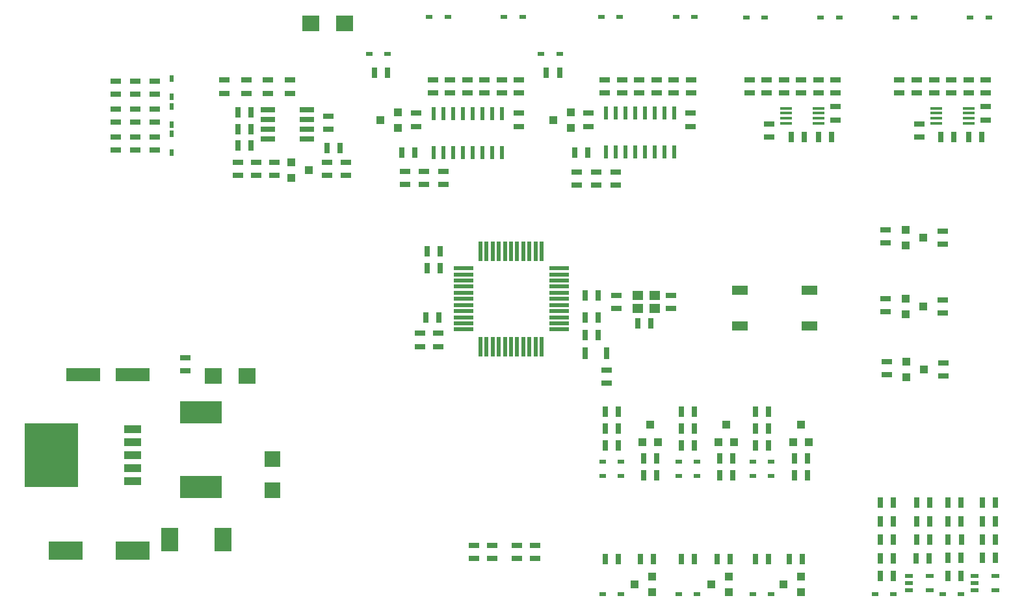
<source format=gtp>
G04*
G04 #@! TF.GenerationSoftware,Altium Limited,Altium Designer,18.1.9 (240)*
G04*
G04 Layer_Color=8421504*
%FSLAX44Y44*%
%MOMM*%
G71*
G01*
G75*
%ADD25R,0.8000X1.3500*%
%ADD26R,2.2000X2.1500*%
%ADD27R,1.3500X0.8000*%
%ADD28R,1.0160X1.0160*%
%ADD29R,0.8500X0.6000*%
%ADD30R,1.0160X1.0160*%
%ADD31R,2.0320X2.0320*%
%ADD32R,4.3942X2.4892*%
%ADD33R,4.4500X1.8000*%
%ADD34R,5.4000X2.9000*%
%ADD35R,2.2000X3.1500*%
%ADD36R,6.9900X8.3300*%
%ADD37R,2.1600X1.0700*%
%ADD38R,1.6000X0.4000*%
%ADD39R,0.5604X1.8050*%
%ADD40R,0.4800X2.5400*%
%ADD41R,2.5400X0.4800*%
%ADD42R,0.6000X0.8500*%
%ADD43R,0.7500X1.6500*%
%ADD44R,1.4000X1.2000*%
%ADD45R,1.0000X0.5500*%
%ADD46R,1.9050X0.6604*%
%ADD47R,2.1000X1.3000*%
D25*
X1219250Y201222D02*
D03*
X1236250D02*
D03*
X1131000D02*
D03*
X1148000D02*
D03*
X888500Y368000D02*
D03*
X871500D02*
D03*
X968500Y176000D02*
D03*
X985500D02*
D03*
X871500D02*
D03*
X888500D02*
D03*
X772500D02*
D03*
X789500D02*
D03*
X1012387D02*
D03*
X1029387D02*
D03*
X918387D02*
D03*
X935387D02*
D03*
X818527D02*
D03*
X835527D02*
D03*
X1263250Y726000D02*
D03*
X1246250D02*
D03*
X1209500D02*
D03*
X1226500D02*
D03*
X1067250D02*
D03*
X1050250D02*
D03*
X1015000D02*
D03*
X1032000D02*
D03*
X713050Y810000D02*
D03*
X696050D02*
D03*
X489050D02*
D03*
X472050D02*
D03*
X427000Y712000D02*
D03*
X410000D02*
D03*
X750000Y706000D02*
D03*
X733000D02*
D03*
X524500D02*
D03*
X507500D02*
D03*
X311500Y758000D02*
D03*
X294500D02*
D03*
X311500Y736300D02*
D03*
X294500D02*
D03*
Y715000D02*
D03*
X311500D02*
D03*
X540500Y555000D02*
D03*
X557500D02*
D03*
Y577230D02*
D03*
X540500D02*
D03*
X539000Y491124D02*
D03*
X556000D02*
D03*
X985500Y324000D02*
D03*
X968500D02*
D03*
X1018659Y307000D02*
D03*
X1035659D02*
D03*
X1018659Y285000D02*
D03*
X1035659D02*
D03*
X985500Y346000D02*
D03*
X968500D02*
D03*
X985500Y368000D02*
D03*
X968500D02*
D03*
X921659Y307000D02*
D03*
X938659D02*
D03*
Y285000D02*
D03*
X921659D02*
D03*
X888500Y346000D02*
D03*
X871500D02*
D03*
X888500Y324000D02*
D03*
X871500D02*
D03*
X822659Y307000D02*
D03*
X839659D02*
D03*
Y285000D02*
D03*
X822659D02*
D03*
X789500Y324000D02*
D03*
X772500D02*
D03*
X789500Y346000D02*
D03*
X772500D02*
D03*
X789500Y368000D02*
D03*
X772500D02*
D03*
X746500Y468000D02*
D03*
X763500D02*
D03*
Y491124D02*
D03*
X746500D02*
D03*
Y519350D02*
D03*
X763500D02*
D03*
X1264000Y249000D02*
D03*
X1281000D02*
D03*
X1264000Y225111D02*
D03*
X1281000D02*
D03*
X1264000Y201222D02*
D03*
X1281000D02*
D03*
X1280750Y177250D02*
D03*
X1263750D02*
D03*
X1236000Y249000D02*
D03*
X1219000D02*
D03*
Y177250D02*
D03*
X1236000D02*
D03*
Y225111D02*
D03*
X1219000D02*
D03*
X1236000Y154000D02*
D03*
X1219000D02*
D03*
X1178000Y249000D02*
D03*
X1195000D02*
D03*
X1178000Y225111D02*
D03*
X1195000D02*
D03*
X1178000Y201222D02*
D03*
X1195000D02*
D03*
X1194250Y177000D02*
D03*
X1177250D02*
D03*
X1148000Y249000D02*
D03*
X1131000D02*
D03*
Y177000D02*
D03*
X1148000D02*
D03*
Y225111D02*
D03*
X1131000D02*
D03*
X1148000Y154000D02*
D03*
X1131000D02*
D03*
X815000Y483000D02*
D03*
X832000D02*
D03*
D26*
X306000Y414250D02*
D03*
X262000D02*
D03*
X389000Y874400D02*
D03*
X433000D02*
D03*
D27*
X1178220Y800500D02*
D03*
Y783500D02*
D03*
X1155700Y800500D02*
D03*
Y783500D02*
D03*
X225750Y421000D02*
D03*
Y438000D02*
D03*
X625000Y193500D02*
D03*
Y176500D02*
D03*
X526000Y757000D02*
D03*
Y740000D02*
D03*
X1138000Y605160D02*
D03*
Y588160D02*
D03*
X1139000Y433000D02*
D03*
Y416000D02*
D03*
X1138000Y515320D02*
D03*
Y498320D02*
D03*
X1212000Y586500D02*
D03*
Y603500D02*
D03*
X1213000Y414340D02*
D03*
Y431340D02*
D03*
X1212000Y496660D02*
D03*
Y513660D02*
D03*
X681000Y176500D02*
D03*
Y193500D02*
D03*
X602000D02*
D03*
Y176500D02*
D03*
X657874Y193500D02*
D03*
Y176500D02*
D03*
X858000Y519350D02*
D03*
Y502350D02*
D03*
X362050Y783220D02*
D03*
Y800220D02*
D03*
X305317Y783220D02*
D03*
Y800220D02*
D03*
X276950Y783220D02*
D03*
Y800220D02*
D03*
X333683D02*
D03*
Y783220D02*
D03*
X412000Y753300D02*
D03*
Y736300D02*
D03*
X1200740Y783500D02*
D03*
Y800500D02*
D03*
X1223260Y783500D02*
D03*
Y800500D02*
D03*
X1245780D02*
D03*
Y783500D02*
D03*
X1268300D02*
D03*
Y800500D02*
D03*
X1182000Y726000D02*
D03*
Y743000D02*
D03*
X1268000Y748500D02*
D03*
Y765500D02*
D03*
X1072500Y748500D02*
D03*
Y765500D02*
D03*
Y783500D02*
D03*
Y800500D02*
D03*
X1050140D02*
D03*
Y783500D02*
D03*
X1027780Y800500D02*
D03*
Y783500D02*
D03*
X1005420D02*
D03*
Y800500D02*
D03*
X983060D02*
D03*
Y783500D02*
D03*
X960700Y800500D02*
D03*
Y783500D02*
D03*
X986000Y726000D02*
D03*
Y743000D02*
D03*
X884050Y783500D02*
D03*
Y800500D02*
D03*
X861690D02*
D03*
Y783500D02*
D03*
X839330D02*
D03*
Y800500D02*
D03*
X816970Y783500D02*
D03*
Y800500D02*
D03*
X794610D02*
D03*
Y783500D02*
D03*
X772250Y800500D02*
D03*
Y783500D02*
D03*
X660050D02*
D03*
Y800500D02*
D03*
X637690D02*
D03*
Y783500D02*
D03*
X615330D02*
D03*
Y800500D02*
D03*
X592970Y783500D02*
D03*
Y800500D02*
D03*
X570610D02*
D03*
Y783500D02*
D03*
X548250Y800500D02*
D03*
Y783500D02*
D03*
X884000Y740000D02*
D03*
Y757000D02*
D03*
X660000Y740000D02*
D03*
Y757000D02*
D03*
X561900Y664500D02*
D03*
Y681500D02*
D03*
X536815Y664500D02*
D03*
Y681500D02*
D03*
X511730Y664500D02*
D03*
Y681500D02*
D03*
X735730Y663500D02*
D03*
Y680500D02*
D03*
X760815Y663500D02*
D03*
Y680500D02*
D03*
X785900Y663500D02*
D03*
Y680500D02*
D03*
X435050Y693000D02*
D03*
Y676000D02*
D03*
X410000D02*
D03*
Y693000D02*
D03*
X751000Y757000D02*
D03*
Y740000D02*
D03*
X294500Y676000D02*
D03*
Y693000D02*
D03*
X318250D02*
D03*
Y676000D02*
D03*
X342000D02*
D03*
Y693000D02*
D03*
X135000Y798690D02*
D03*
Y781690D02*
D03*
X160500D02*
D03*
Y798690D02*
D03*
X186000Y781690D02*
D03*
Y798690D02*
D03*
X135000Y762500D02*
D03*
Y745500D02*
D03*
X160500Y709500D02*
D03*
Y726500D02*
D03*
X135000D02*
D03*
Y709500D02*
D03*
X160500Y745500D02*
D03*
Y762500D02*
D03*
X186000Y745500D02*
D03*
Y762500D02*
D03*
Y709500D02*
D03*
Y726500D02*
D03*
X531230Y453000D02*
D03*
Y470000D02*
D03*
X555000D02*
D03*
Y453000D02*
D03*
X774500Y422000D02*
D03*
Y405000D02*
D03*
X787000Y502350D02*
D03*
Y519350D02*
D03*
D28*
X1027159Y350860D02*
D03*
X1037319Y328000D02*
D03*
X1016999D02*
D03*
X930159Y350860D02*
D03*
X940319Y328000D02*
D03*
X919999D02*
D03*
X831159Y350860D02*
D03*
X841319Y328000D02*
D03*
X820999D02*
D03*
D29*
X965000Y130000D02*
D03*
X989000D02*
D03*
X868000D02*
D03*
X892000D02*
D03*
X769000D02*
D03*
X793000D02*
D03*
X888750Y882720D02*
D03*
X864750D02*
D03*
X767550D02*
D03*
X791550D02*
D03*
X956000Y882000D02*
D03*
X980000D02*
D03*
X1077200D02*
D03*
X1053200D02*
D03*
X1151000Y882000D02*
D03*
X1175000D02*
D03*
X1272000D02*
D03*
X1248000D02*
D03*
X713050Y834720D02*
D03*
X689050D02*
D03*
X489050D02*
D03*
X465050D02*
D03*
X543550Y882720D02*
D03*
X567550D02*
D03*
X664750D02*
D03*
X640750D02*
D03*
X965000Y303000D02*
D03*
X989000D02*
D03*
Y284000D02*
D03*
X965000D02*
D03*
X892000D02*
D03*
X868000D02*
D03*
Y303000D02*
D03*
X892000D02*
D03*
X793000Y284000D02*
D03*
X769000D02*
D03*
Y303000D02*
D03*
X793000D02*
D03*
X1212000Y130000D02*
D03*
X1236000D02*
D03*
X1124000D02*
D03*
X1148000D02*
D03*
D30*
X1186860Y595000D02*
D03*
X1164000Y584840D02*
D03*
Y605160D02*
D03*
X1187860Y422840D02*
D03*
X1165000Y412680D02*
D03*
Y433000D02*
D03*
X1186860Y505160D02*
D03*
X1164000Y495000D02*
D03*
Y515320D02*
D03*
X705140Y748500D02*
D03*
X728000Y758660D02*
D03*
Y738340D02*
D03*
X480000Y748500D02*
D03*
X502860Y758660D02*
D03*
Y738340D02*
D03*
X387023Y683000D02*
D03*
X364163Y672840D02*
D03*
Y693160D02*
D03*
X811140Y143000D02*
D03*
X834000Y153160D02*
D03*
Y132840D02*
D03*
X911000Y143000D02*
D03*
X933860Y153160D02*
D03*
Y132840D02*
D03*
X1005000Y143000D02*
D03*
X1027860Y153160D02*
D03*
Y132840D02*
D03*
D31*
X338972Y306300D02*
D03*
Y265660D02*
D03*
D32*
X156865Y187000D02*
D03*
X69743D02*
D03*
D33*
X156865Y416000D02*
D03*
X92865D02*
D03*
D34*
X246000Y270000D02*
D03*
Y367000D02*
D03*
D35*
X275000Y201000D02*
D03*
X205000D02*
D03*
D36*
X51135Y311000D02*
D03*
D37*
X156865Y345000D02*
D03*
Y328000D02*
D03*
Y311000D02*
D03*
Y294000D02*
D03*
Y277000D02*
D03*
D38*
X1246250Y744250D02*
D03*
Y750750D02*
D03*
Y757250D02*
D03*
Y763750D02*
D03*
X1203750Y744250D02*
D03*
Y750750D02*
D03*
Y757250D02*
D03*
Y763750D02*
D03*
X1050250Y744250D02*
D03*
Y750750D02*
D03*
Y757250D02*
D03*
Y763750D02*
D03*
X1007750Y744250D02*
D03*
Y750750D02*
D03*
Y757250D02*
D03*
Y763750D02*
D03*
D39*
X798600Y706200D02*
D03*
X785900Y757000D02*
D03*
X798600D02*
D03*
X862100D02*
D03*
X849400D02*
D03*
X836700D02*
D03*
X811300D02*
D03*
X773200Y706200D02*
D03*
X785900D02*
D03*
X811300D02*
D03*
X824000D02*
D03*
X836700D02*
D03*
X773200Y757000D02*
D03*
X862100Y706200D02*
D03*
X849400D02*
D03*
X824000Y757000D02*
D03*
X574600Y705950D02*
D03*
X561900Y756750D02*
D03*
X574600D02*
D03*
X638100D02*
D03*
X625400D02*
D03*
X612700D02*
D03*
X587300D02*
D03*
X549200Y705950D02*
D03*
X561900D02*
D03*
X587300D02*
D03*
X600000D02*
D03*
X612700D02*
D03*
X549200Y756750D02*
D03*
X638100Y705950D02*
D03*
X625400D02*
D03*
X600000Y756750D02*
D03*
D40*
X610122Y452770D02*
D03*
X617996D02*
D03*
X626124D02*
D03*
X633998D02*
D03*
X642126D02*
D03*
X650000D02*
D03*
X657874D02*
D03*
X666002D02*
D03*
X673876D02*
D03*
X682004D02*
D03*
X689878D02*
D03*
Y577230D02*
D03*
X682004D02*
D03*
X673876D02*
D03*
X666002D02*
D03*
X657874D02*
D03*
X650000D02*
D03*
X642126D02*
D03*
X633998D02*
D03*
X626124D02*
D03*
X617996D02*
D03*
X610122D02*
D03*
D41*
X587770Y554878D02*
D03*
Y547004D02*
D03*
Y538876D02*
D03*
Y531002D02*
D03*
Y522874D02*
D03*
Y515000D02*
D03*
Y507126D02*
D03*
Y498998D02*
D03*
Y491124D02*
D03*
Y482996D02*
D03*
Y475122D02*
D03*
X712230D02*
D03*
Y482996D02*
D03*
Y491124D02*
D03*
Y498998D02*
D03*
Y507126D02*
D03*
Y515000D02*
D03*
Y522874D02*
D03*
Y531002D02*
D03*
Y538876D02*
D03*
Y547004D02*
D03*
Y554878D02*
D03*
D42*
X208000Y778190D02*
D03*
Y802190D02*
D03*
X208000Y742000D02*
D03*
Y766000D02*
D03*
Y706000D02*
D03*
Y730000D02*
D03*
D43*
X774500Y444000D02*
D03*
X746500D02*
D03*
D44*
X815000Y519350D02*
D03*
X837000D02*
D03*
Y502350D02*
D03*
X815000D02*
D03*
D45*
X1195000Y135000D02*
D03*
X1168000Y154000D02*
D03*
Y144500D02*
D03*
Y135000D02*
D03*
X1195000Y154000D02*
D03*
X1281000Y135000D02*
D03*
X1254000Y154000D02*
D03*
Y144500D02*
D03*
Y135000D02*
D03*
X1281000Y154000D02*
D03*
D46*
X384483Y761700D02*
D03*
Y749000D02*
D03*
X333683Y736300D02*
D03*
Y723600D02*
D03*
X384483Y736300D02*
D03*
Y723600D02*
D03*
X333683Y761700D02*
D03*
Y749000D02*
D03*
D47*
X1038750Y480000D02*
D03*
X947750D02*
D03*
Y526000D02*
D03*
X1038750D02*
D03*
M02*

</source>
